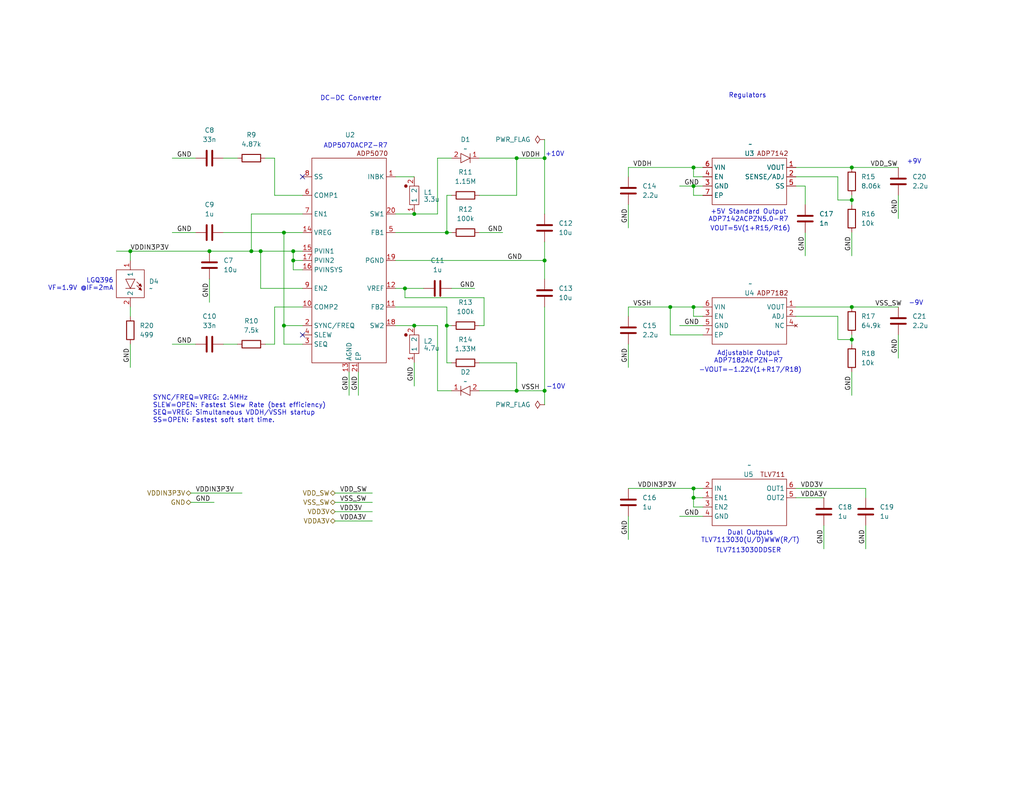
<source format=kicad_sch>
(kicad_sch (version 20231120) (generator "eeschema") (generator_version "8.0")
  (paper "USLetter")
  (title_block (title "HS-128S-Adapter") (date "7/26/2024") (rev "1.0.0") (company "OpenIC"))
  (lib_symbols
    (symbol "Device:C" (pin_numbers hide) (pin_names (offset 0.254))
      (property "Reference" "C" (at 0.635 2.54 0))
      (property "Value" "C" (at 0.635 -2.54 0))
      (symbol "C_0_1"
        (polyline (pts (xy -2.032 -0.762) (xy 2.032 -0.762)) (stroke (width 0.508)))
        (polyline (pts (xy -2.032 0.762) (xy 2.032 0.762)) (stroke (width 0.508)))
      )
      (symbol "C_1_1"
        (pin passive line (at 0 3.81 270) (length 2.794) (name "~") (number "1"))
        (pin passive line (at 0 -3.81 90) (length 2.794) (name "~") (number "2"))
      )
    )
    (symbol "Device:R" (pin_numbers hide) (pin_names (offset 0))
      (property "Reference" "R" (at 2.032 0 90))
      (property "Value" "R" (at 0 0 90))
      (symbol "R_0_1"
        (rectangle (start -1.016 -2.54) (end 1.016 2.54) (stroke (width 0.254)))
      )
      (symbol "R_1_1"
        (pin passive line (at 0 3.81 270) (length 1.27) (name "~") (number "1"))
        (pin passive line (at 0 -3.81 90) (length 1.27) (name "~") (number "2"))
      )
    )
    (symbol "openic:ADP5070"
      (property "Reference" "U" (at -8.89 29.21 0))
      (symbol "ADP5070_0_1"
        (rectangle (start -10.16 27.94) (end 10.16 -27.94))
      )
      (symbol "ADP5070_1_1"
        (text "ADP5070" (at 6.35 29.21 0) (effects (font (size 1.27 1.27))))
        (pin bidirectional line (at 12.7 22.86 180) (length 2.54) (name "INBK") (number "1"))
        (pin bidirectional line (at -12.7 -12.7 0) (length 2.54) (name "COMP2") (number "10"))
        (pin bidirectional line (at 12.7 -12.7 180) (length 2.54) (name "FB2") (number "11"))
        (pin bidirectional line (at 12.7 -7.62 180) (length 2.54) (name "VREF") (number "12"))
        (pin power_in line (at 0 -30.48 90) (length 2.54) (name "AGND") (number "13"))
        (pin bidirectional line (at -12.7 7.62 0) (length 2.54) (name "VREG") (number "14"))
        (pin power_in line (at -12.7 2.54 0) (length 2.54) (name "PVIN1") (number "15"))
        (pin power_in line (at -12.7 -2.54 0) (length 2.54) (name "PVINSYS") (number "16"))
        (pin power_in line (at -12.7 0 0) (length 2.54) (name "PVIN2") (number "17"))
        (pin power_out line (at 12.7 -17.78 180) (length 2.54) (name "SW2") (number "18"))
        (pin power_in line (at 12.7 0 180) (length 2.54) (name "PGND") (number "19"))
        (pin input line (at -12.7 -17.78 0) (length 2.54) (name "SYNC/FREQ") (number "2"))
        (pin power_out line (at 12.7 12.7 180) (length 2.54) (name "SW1") (number "20"))
        (pin power_in line (at 2.54 -30.48 90) (length 2.54) (name "EP") (number "21"))
        (pin input line (at -12.7 -22.86 0) (length 2.54) (name "SEQ") (number "3"))
        (pin input line (at -12.7 -20.32 0) (length 2.54) (name "SLEW") (number "4"))
        (pin bidirectional line (at 12.7 7.62 180) (length 2.54) (name "FB1") (number "5"))
        (pin bidirectional line (at -12.7 17.78 0) (length 2.54) (name "COMP1") (number "6"))
        (pin input line (at -12.7 12.7 0) (length 2.54) (name "EN1") (number "7"))
        (pin input line (at -12.7 22.86 0) (length 2.54) (name "SS") (number "8"))
        (pin input line (at -12.7 -7.62 0) (length 2.54) (name "EN2") (number "9"))
      )
    )
    (symbol "openic:ADP7142"
      (property "Reference" "U" (at -8.89 6.35 0))
      (symbol "ADP7142_0_1"
        (rectangle (start -10.16 5.08) (end 10.16 -7.62))
      )
      (symbol "ADP7142_1_1"
        (text "ADP7142" (at 6.35 6.35 0) (effects (font (size 1.27 1.27))))
        (pin power_out line (at 12.7 2.54 180) (length 2.54) (name "VOUT") (number "1"))
        (pin bidirectional line (at 12.7 0 180) (length 2.54) (name "SENSE/ADJ") (number "2"))
        (pin power_in line (at -12.7 -2.54 0) (length 2.54) (name "GND") (number "3"))
        (pin input line (at -12.7 0 0) (length 2.54) (name "EN") (number "4"))
        (pin bidirectional line (at 12.7 -2.54 180) (length 2.54) (name "SS") (number "5"))
        (pin power_in line (at -12.7 2.54 0) (length 2.54) (name "VIN") (number "6"))
        (pin power_in line (at -12.7 -5.08 0) (length 2.54) (name "EP") (number "7"))
      )
    )
    (symbol "openic:ADP7182"
      (property "Reference" "U" (at -8.89 6.35 0))
      (symbol "ADP7182_0_1"
        (rectangle (start -10.16 5.08) (end 10.16 -7.62))
      )
      (symbol "ADP7182_1_1"
        (text "ADP7182" (at 6.35 6.35 0) (effects (font (size 1.27 1.27))))
        (pin power_out line (at 12.7 2.54 180) (length 2.54) (name "VOUT") (number "1"))
        (pin bidirectional line (at 12.7 0 180) (length 2.54) (name "ADJ") (number "2"))
        (pin input line (at -12.7 0 0) (length 2.54) (name "EN") (number "3"))
        (pin no_connect line (at 12.7 -2.54 180) (length 2.54) (name "NC") (number "4"))
        (pin power_in line (at -12.7 -2.54 0) (length 2.54) (name "GND") (number "5"))
        (pin power_in line (at -12.7 2.54 0) (length 2.54) (name "VIN") (number "6"))
        (pin power_in line (at -12.7 -5.08 0) (length 2.54) (name "EP") (number "7"))
      )
    )
    (symbol "openic:DIODE-SDM05U20CSP"
      (property "Reference" "D" (at 0 2.54 0))
      (symbol "DIODE-SDM05U20CSP_0_1"
        (polyline (pts (xy 1.27 1.27) (xy 1.27 -1.27)))
        (polyline (pts (xy -1.27 1.27) (xy -1.27 -1.27) (xy 1.27 0) (xy -1.27 1.27)))
      )
      (symbol "DIODE-SDM05U20CSP_1_1"
        (pin passive line (at 3.81 0 180) (length 2.54) (name "") (number "1"))
        (pin passive line (at -3.81 0 0) (length 2.54) (name "") (number "2"))
      )
    )
    (symbol "openic:IND-XFL2006"
      (property "Reference" "L" (at -1.27 2.54 0))
      (symbol "IND-XFL2006_0_1"
        (rectangle (start -2.54 1.27) (end 2.54 -1.27))
        (circle (center 2.54 2.286) (radius 0.381) (fill (type color) (color 132 0 0 1)))
      )
      (symbol "IND-XFL2006_1_1"
        (pin passive line (at -5.08 0 0) (length 2.54) (name "1") (number "1"))
        (pin passive line (at 5.08 0 180) (length 2.54) (name "2") (number "2"))
      )
    )
    (symbol "openic:LED-GREEN-0603-OSRAM-LGQ396"
      (property "Reference" "D" (at 2.54 5.08 0))
      (symbol "LED-GREEN-0603-OSRAM-LGQ396_0_1"
        (rectangle (start -3.81 3.81) (end 3.81 -3.81))
        (polyline (pts (xy -1.27 -1.27) (xy 1.27 -1.27)))
        (polyline (pts (xy 1.778 -0.508) (xy 3.048 -1.778)))
        (polyline (pts (xy 1.778 0.508) (xy 3.048 -0.762)))
        (polyline (pts (xy 0 -1.27) (xy -1.27 1.27) (xy 1.27 1.27) (xy 0 -1.27)))
      )
      (symbol "LED-GREEN-0603-OSRAM-LGQ396_1_1"
        (polyline (pts (xy 3.048 -1.778) (xy 2.794 -1.016) (xy 2.286 -1.524) (xy 3.048 -1.778)) (fill (type outline)))
        (polyline (pts (xy 3.048 -0.762) (xy 2.794 0) (xy 2.286 -0.508) (xy 3.048 -0.762)) (fill (type outline)))
        (pin bidirectional line (at 0 6.35 270) (length 2.54) (name "1") (number "1"))
        (pin bidirectional line (at 0 -6.35 90) (length 2.54) (name "2") (number "2"))
      )
    )
    (symbol "openic:TLV711"
      (property "Reference" "U" (at -8.89 6.35 0))
      (symbol "TLV711_0_1"
        (rectangle (start -10.16 5.08) (end 10.16 -7.62))
      )
      (symbol "TLV711_1_1"
        (text "TLV711" (at 6.35 6.35 0) (effects (font (size 1.27 1.27))))
        (pin input line (at -12.7 0 0) (length 2.54) (name "EN1") (number "1"))
        (pin power_in line (at -12.7 2.54 0) (length 2.54) (name "IN") (number "2"))
        (pin input line (at -12.7 -2.54 0) (length 2.54) (name "EN2") (number "3"))
        (pin power_in line (at -12.7 -5.08 0) (length 2.54) (name "GND") (number "4"))
        (pin power_out line (at 12.7 0 180) (length 2.54) (name "OUT2") (number "5"))
        (pin power_out line (at 12.7 2.54 180) (length 2.54) (name "OUT1") (number "6"))
      )
    )
    (symbol "power:PWR_FLAG" (power) (pin_numbers hide) (pin_names (offset 0) hide)
      (property "Value" "PWR_FLAG" (at 0 3.81 0))
      (symbol "PWR_FLAG_0_0"
        (pin power_out line (at 0 0 90) (length 0) (name "~") (number "1"))
      )
      (symbol "PWR_FLAG_0_1"
        (polyline (pts (xy 0 0) (xy 0 1.27) (xy -1.016 1.905) (xy 0 2.54) (xy 1.016 1.905) (xy 0 1.27)))
      )
    )
  )
  (junction (at 189.23 133.35))
  (junction (at 121.92 88.9))
  (junction (at 189.23 83.82))
  (junction (at 232.41 83.82))
  (junction (at 77.47 63.5))
  (junction (at 232.41 92.71))
  (junction (at 189.23 135.89))
  (junction (at 140.97 106.68))
  (junction (at 113.03 58.42))
  (junction (at 35.56 68.58))
  (junction (at 182.88 83.82))
  (junction (at 148.59 71.12))
  (junction (at 80.01 68.58))
  (junction (at 68.58 68.58))
  (junction (at 110.49 78.74))
  (junction (at 77.47 88.9))
  (junction (at 80.01 71.12))
  (junction (at 148.59 106.68))
  (junction (at 189.23 45.72))
  (junction (at 232.41 54.61))
  (junction (at 113.03 88.9))
  (junction (at 232.41 45.72))
  (junction (at 148.59 43.18))
  (junction (at 121.92 63.5))
  (junction (at 57.15 68.58))
  (junction (at 140.97 43.18))
  (junction (at 71.12 68.58))
  (junction (at 189.23 50.8))
  (no_connect (at 82.55 48.26))
  (no_connect (at 82.55 91.44))
  (wire (pts (xy 148.59 106.68) (xy 148.59 83.82)))
  (wire (pts (xy 232.41 92.71) (xy 232.41 93.98)))
  (wire (pts (xy 191.77 50.8) (xy 189.23 50.8)))
  (wire (pts (xy 217.17 86.36) (xy 228.6 86.36)))
  (wire (pts (xy 189.23 45.72) (xy 191.77 45.72)))
  (wire (pts (xy 91.44 137.16) (xy 101.6 137.16)))
  (wire (pts (xy 217.17 48.26) (xy 228.6 48.26)))
  (wire (pts (xy 57.15 76.2) (xy 57.15 82.55)))
  (wire (pts (xy 58.42 137.16) (xy 52.07 137.16)))
  (wire (pts (xy 130.81 106.68) (xy 140.97 106.68)))
  (wire (pts (xy 236.22 143.51) (xy 236.22 149.86)))
  (wire (pts (xy 74.93 93.98) (xy 72.39 93.98)))
  (wire (pts (xy 236.22 133.35) (xy 236.22 135.89)))
  (wire (pts (xy 97.79 101.6) (xy 97.79 107.95)))
  (wire (pts (xy 74.93 43.18) (xy 72.39 43.18)))
  (wire (pts (xy 219.71 55.88) (xy 219.71 50.8)))
  (wire (pts (xy 80.01 68.58) (xy 82.55 68.58)))
  (wire (pts (xy 191.77 53.34) (xy 189.23 53.34)))
  (wire (pts (xy 113.03 99.06) (xy 113.03 105.41)))
  (wire (pts (xy 113.03 58.42) (xy 119.38 58.42)))
  (wire (pts (xy 217.17 135.89) (xy 224.79 135.89)))
  (wire (pts (xy 121.92 53.34) (xy 121.92 63.5)))
  (wire (pts (xy 121.92 83.82) (xy 121.92 88.9)))
  (wire (pts (xy 191.77 140.97) (xy 185.42 140.97)))
  (wire (pts (xy 189.23 86.36) (xy 189.23 83.82)))
  (wire (pts (xy 95.25 101.6) (xy 95.25 107.95)))
  (wire (pts (xy 245.11 91.44) (xy 245.11 97.79)))
  (wire (pts (xy 107.95 48.26) (xy 113.03 48.26)))
  (wire (pts (xy 77.47 63.5) (xy 82.55 63.5)))
  (wire (pts (xy 228.6 92.71) (xy 232.41 92.71)))
  (wire (pts (xy 74.93 53.34) (xy 74.93 43.18)))
  (wire (pts (xy 91.44 142.24) (xy 101.6 142.24)))
  (wire (pts (xy 77.47 93.98) (xy 77.47 88.9)))
  (wire (pts (xy 107.95 78.74) (xy 110.49 78.74)))
  (wire (pts (xy 130.81 43.18) (xy 140.97 43.18)))
  (wire (pts (xy 71.12 78.74) (xy 71.12 68.58)))
  (wire (pts (xy 232.41 101.6) (xy 232.41 107.95)))
  (wire (pts (xy 189.23 83.82) (xy 191.77 83.82)))
  (wire (pts (xy 35.56 93.98) (xy 35.56 100.33)))
  (wire (pts (xy 53.34 43.18) (xy 46.99 43.18)))
  (wire (pts (xy 113.03 88.9) (xy 119.38 88.9)))
  (wire (pts (xy 60.96 43.18) (xy 64.77 43.18)))
  (wire (pts (xy 171.45 45.72) (xy 189.23 45.72)))
  (wire (pts (xy 68.58 68.58) (xy 71.12 68.58)))
  (wire (pts (xy 130.81 53.34) (xy 140.97 53.34)))
  (wire (pts (xy 171.45 83.82) (xy 182.88 83.82)))
  (wire (pts (xy 82.55 88.9) (xy 77.47 88.9)))
  (wire (pts (xy 182.88 91.44) (xy 182.88 83.82)))
  (wire (pts (xy 191.77 138.43) (xy 189.23 138.43)))
  (wire (pts (xy 228.6 54.61) (xy 232.41 54.61)))
  (wire (pts (xy 140.97 106.68) (xy 148.59 106.68)))
  (wire (pts (xy 82.55 58.42) (xy 68.58 58.42)))
  (wire (pts (xy 228.6 48.26) (xy 228.6 54.61)))
  (wire (pts (xy 224.79 143.51) (xy 224.79 149.86)))
  (wire (pts (xy 232.41 45.72) (xy 245.11 45.72)))
  (wire (pts (xy 132.08 88.9) (xy 132.08 81.28)))
  (wire (pts (xy 107.95 88.9) (xy 113.03 88.9)))
  (wire (pts (xy 171.45 133.35) (xy 189.23 133.35)))
  (wire (pts (xy 91.44 134.62) (xy 101.6 134.62)))
  (wire (pts (xy 217.17 45.72) (xy 232.41 45.72)))
  (wire (pts (xy 171.45 55.88) (xy 171.45 62.23)))
  (wire (pts (xy 74.93 83.82) (xy 82.55 83.82)))
  (wire (pts (xy 232.41 83.82) (xy 245.11 83.82)))
  (wire (pts (xy 219.71 50.8) (xy 217.17 50.8)))
  (wire (pts (xy 119.38 58.42) (xy 119.38 43.18)))
  (wire (pts (xy 148.59 66.04) (xy 148.59 71.12)))
  (wire (pts (xy 35.56 68.58) (xy 57.15 68.58)))
  (wire (pts (xy 171.45 45.72) (xy 171.45 48.26)))
  (wire (pts (xy 232.41 91.44) (xy 232.41 92.71)))
  (wire (pts (xy 82.55 93.98) (xy 77.47 93.98)))
  (wire (pts (xy 35.56 68.58) (xy 35.56 71.12)))
  (wire (pts (xy 219.71 63.5) (xy 219.71 69.85)))
  (wire (pts (xy 68.58 58.42) (xy 68.58 68.58)))
  (wire (pts (xy 232.41 54.61) (xy 232.41 55.88)))
  (wire (pts (xy 121.92 88.9) (xy 123.19 88.9)))
  (wire (pts (xy 171.45 83.82) (xy 171.45 86.36)))
  (wire (pts (xy 232.41 53.34) (xy 232.41 54.61)))
  (wire (pts (xy 191.77 88.9) (xy 185.42 88.9)))
  (wire (pts (xy 191.77 86.36) (xy 189.23 86.36)))
  (wire (pts (xy 119.38 106.68) (xy 123.19 106.68)))
  (wire (pts (xy 182.88 83.82) (xy 189.23 83.82)))
  (wire (pts (xy 107.95 58.42) (xy 113.03 58.42)))
  (wire (pts (xy 189.23 48.26) (xy 189.23 45.72)))
  (wire (pts (xy 123.19 99.06) (xy 121.92 99.06)))
  (wire (pts (xy 52.07 134.62) (xy 66.04 134.62)))
  (wire (pts (xy 171.45 93.98) (xy 171.45 100.33)))
  (wire (pts (xy 140.97 43.18) (xy 148.59 43.18)))
  (wire (pts (xy 191.77 48.26) (xy 189.23 48.26)))
  (wire (pts (xy 191.77 135.89) (xy 189.23 135.89)))
  (wire (pts (xy 82.55 73.66) (xy 80.01 73.66)))
  (wire (pts (xy 82.55 78.74) (xy 71.12 78.74)))
  (wire (pts (xy 148.59 106.68) (xy 148.59 110.49)))
  (wire (pts (xy 148.59 43.18) (xy 148.59 58.42)))
  (wire (pts (xy 35.56 83.82) (xy 35.56 86.36)))
  (wire (pts (xy 82.55 71.12) (xy 80.01 71.12)))
  (wire (pts (xy 74.93 93.98) (xy 74.93 83.82)))
  (wire (pts (xy 107.95 71.12) (xy 148.59 71.12)))
  (wire (pts (xy 71.12 68.58) (xy 80.01 68.58)))
  (wire (pts (xy 82.55 53.34) (xy 74.93 53.34)))
  (wire (pts (xy 91.44 139.7) (xy 101.6 139.7)))
  (wire (pts (xy 107.95 83.82) (xy 121.92 83.82)))
  (wire (pts (xy 77.47 88.9) (xy 77.47 63.5)))
  (wire (pts (xy 123.19 78.74) (xy 129.54 78.74)))
  (wire (pts (xy 148.59 38.1) (xy 148.59 43.18)))
  (wire (pts (xy 119.38 106.68) (xy 119.38 88.9)))
  (wire (pts (xy 60.96 93.98) (xy 64.77 93.98)))
  (wire (pts (xy 119.38 43.18) (xy 123.19 43.18)))
  (wire (pts (xy 228.6 86.36) (xy 228.6 92.71)))
  (wire (pts (xy 60.96 63.5) (xy 77.47 63.5)))
  (wire (pts (xy 232.41 63.5) (xy 232.41 69.85)))
  (wire (pts (xy 57.15 68.58) (xy 68.58 68.58)))
  (wire (pts (xy 130.81 99.06) (xy 140.97 99.06)))
  (wire (pts (xy 110.49 78.74) (xy 115.57 78.74)))
  (wire (pts (xy 189.23 138.43) (xy 189.23 135.89)))
  (wire (pts (xy 130.81 63.5) (xy 137.16 63.5)))
  (wire (pts (xy 130.81 88.9) (xy 132.08 88.9)))
  (wire (pts (xy 191.77 91.44) (xy 182.88 91.44)))
  (wire (pts (xy 189.23 133.35) (xy 191.77 133.35)))
  (wire (pts (xy 132.08 81.28) (xy 110.49 81.28)))
  (wire (pts (xy 80.01 71.12) (xy 80.01 68.58)))
  (wire (pts (xy 189.23 53.34) (xy 189.23 50.8)))
  (wire (pts (xy 80.01 73.66) (xy 80.01 71.12)))
  (wire (pts (xy 217.17 83.82) (xy 232.41 83.82)))
  (wire (pts (xy 123.19 53.34) (xy 121.92 53.34)))
  (wire (pts (xy 189.23 50.8) (xy 185.42 50.8)))
  (wire (pts (xy 217.17 133.35) (xy 236.22 133.35)))
  (wire (pts (xy 31.75 68.58) (xy 35.56 68.58)))
  (wire (pts (xy 140.97 99.06) (xy 140.97 106.68)))
  (wire (pts (xy 121.92 88.9) (xy 121.92 99.06)))
  (wire (pts (xy 53.34 63.5) (xy 46.99 63.5)))
  (wire (pts (xy 53.34 93.98) (xy 46.99 93.98)))
  (wire (pts (xy 245.11 53.34) (xy 245.11 59.69)))
  (wire (pts (xy 110.49 81.28) (xy 110.49 78.74)))
  (wire (pts (xy 107.95 63.5) (xy 121.92 63.5)))
  (wire (pts (xy 171.45 140.97) (xy 171.45 147.32)))
  (wire (pts (xy 148.59 71.12) (xy 148.59 76.2)))
  (wire (pts (xy 121.92 63.5) (xy 123.19 63.5)))
  (wire (pts (xy 140.97 53.34) (xy 140.97 43.18)))
  (wire (pts (xy 189.23 135.89) (xy 189.23 133.35)))
  (text "Regulators" (at 203.962 26.162 0) (effects (font (size 1.27 1.27))))
  (text "LGQ396\nVF=1.9V @IF=2mA" (at 30.988 77.724 0) (effects (font (size 1.27 1.27)) (justify right)))
  (text "-9V" (at 249.936 82.804 0) (effects (font (size 1.27 1.27))))
  (text "DC-DC Converter" (at 95.758 26.924 0) (effects (font (size 1.27 1.27))))
  (text "-10V" (at 151.638 105.664 0) (effects (font (size 1.27 1.27))))
  (text "Adjustable Output\nADP7182ACPZN-R7" (at 204.216 97.536 0) (effects (font (size 1.27 1.27))))
  (text "ADP5070ACPZ-R7" (at 97.028 39.878 0) (effects (font (size 1.27 1.27))))
  (text "Dual Outputs\nTLV7113030(U/D)WWW(R/T)" (at 204.724 146.558 0) (effects (font (size 1.27 1.27))))
  (text "+9V" (at 249.428 44.196 0) (effects (font (size 1.27 1.27))))
  (text "+5V Standard Output\nADP7142ACPZN5.0-R7" (at 204.216 58.928 0) (effects (font (size 1.27 1.27))))
  (text "SYNC/FREQ=VREG: 2.4MHz\nSLEW=OPEN: Fastest Slew Rate (best efficiency)\nSEQ=VREG: Simultaneous VDDH/VSSH startup\nSS=OPEN: Fastest soft start time." (at 41.656 107.95 0) (effects (font (size 1.27 1.27)) (justify left top)))
  (text "TLV7113030DDSER" (at 204.216 150.368 0) (effects (font (size 1.27 1.27))))
  (text "+10V" (at 151.384 42.164 0) (effects (font (size 1.27 1.27))))
  (text "VOUT=5V(1+R15/R16)" (at 204.724 62.484 0) (effects (font (size 1.27 1.27))))
  (text "-VOUT=-1.22V(1+R17/R18)" (at 204.724 101.092 0) (effects (font (size 1.27 1.27))))
  (label "VSSH" (at 172.72 83.82 0))
  (label "VSS_SW" (at 238.76 83.82 0))
  (label "GND" (at 113.03 104.14 90))
  (label "GND" (at 138.43 71.12 0))
  (label "GND" (at 232.41 68.58 90))
  (label "GND" (at 97.79 106.68 90))
  (label "GND" (at 186.69 88.9 0))
  (label "GND" (at 219.71 68.58 90))
  (label "VDD_SW" (at 92.71 134.62 0))
  (label "VSS_SW" (at 92.71 137.16 0))
  (label "GND" (at 129.54 78.74 180))
  (label "GND" (at 48.26 63.5 0))
  (label "VDD3V" (at 92.71 139.7 0))
  (label "VDDIN3P3V" (at 53.34 134.62 0))
  (label "GND" (at 57.15 81.28 90))
  (label "VDDA3V" (at 92.71 142.24 0))
  (label "GND" (at 186.69 140.97 0))
  (label "GND" (at 232.41 106.68 90))
  (label "GND" (at 95.25 106.68 90))
  (label "GND" (at 53.34 137.16 0))
  (label "GND" (at 236.22 148.59 90))
  (label "GND" (at 186.69 50.8 0))
  (label "VDDH" (at 172.72 45.72 0))
  (label "GND" (at 48.26 43.18 0))
  (label "GND" (at 137.16 63.5 180))
  (label "GND" (at 171.45 60.96 90))
  (label "VDDA3V" (at 218.44 135.89 0))
  (label "VDDH" (at 142.24 43.18 0))
  (label "GND" (at 48.26 93.98 0))
  (label "GND" (at 224.79 148.59 90))
  (label "GND" (at 245.11 58.42 90))
  (label "VDD_SW" (at 237.49 45.72 0))
  (label "VDD3V" (at 218.44 133.35 0))
  (label "VDDIN3P3V" (at 173.99 133.35 0))
  (label "GND" (at 171.45 146.05 90))
  (label "GND" (at 35.56 99.06 90))
  (label "VDDIN3P3V" (at 35.56 68.58 0))
  (label "GND" (at 245.11 96.52 90))
  (label "VSSH" (at 142.24 106.68 0))
  (label "GND" (at 171.45 99.06 90))
  (hierarchical_label "VDDIN3P3V" (shape bidirectional) (at 52.07 134.62 180))
  (hierarchical_label "GND" (shape bidirectional) (at 52.07 137.16 180))
  (hierarchical_label "VSS_SW" (shape bidirectional) (at 91.44 137.16 180))
  (hierarchical_label "VDD3V" (shape bidirectional) (at 91.44 139.7 180))
  (hierarchical_label "VDD_SW" (shape bidirectional) (at 91.44 134.62 180))
  (hierarchical_label "VDDA3V" (shape bidirectional) (at 91.44 142.24 180))
  (symbol (lib_id "openic:LED-GREEN-0603-OSRAM-LGQ396") (at 35.56 77.47 0) (unit 1)
    (property "Reference" "D4" (at 40.64 76.8349 0) (effects (justify left)))
    (property "Value" "~" (at 40.64 78.74 0) (effects (justify left)))
    (property "Footprint" "openic:OSRAM-LED-0603" (effects (hide yes)))
    (property "Description" "LED-GREEN-0603-OSRAM-LGQ396" (effects (hide yes)))
    (property "MPN" "LGQ396" (effects (hide yes)))
    (property "Manufacturer" "OSRAM" (effects (hide yes)))
  )
  (symbol (lib_id "Device:C") (at 236.22 139.7 0) (unit 1)
    (property "Reference" "C19" (at 240.03 138.4299 0) (effects (justify left)))
    (property "Value" "1u" (at 240.03 140.9699 0) (effects (justify left)))
    (property "Footprint" "Capacitor_SMD:C_0201_0603Metric" (effects (hide yes)))
    (property "Description" "Unpolarized capacitor" (effects (hide yes)))
    (property "MPN" "GRM033R61C105ME15D" (effects (hide yes)))
    (property "Manufacturer" "Murata Electronics" (effects (hide yes)))
  )
  (symbol (lib_id "Device:R") (at 232.41 49.53 0) (unit 1)
    (property "Reference" "R15" (at 234.95 48.2599 0) (effects (justify left)))
    (property "Value" "8.06k" (at 234.95 50.7999 0) (effects (justify left)))
    (property "Footprint" "Resistor_SMD:R_0201_0603Metric" (effects (hide yes)))
    (property "Description" "Resistor" (effects (hide yes)))
    (property "MPN" "RC0201FR-078K06L" (effects (hide yes)))
    (property "Manufacturer" "Yageo" (effects (hide yes)))
  )
  (symbol (lib_id "openic:ADP7142") (at 204.47 48.26 0) (unit 1)
    (property "Reference" "U3" (at 204.4832 41.91 0))
    (property "Value" "~" (at 204.7372 39.37 0))
    (property "Footprint" "openic:LFCSP-6-1EP_2mmx2mm_P0.65mm_EP1.6mmx1mm" (effects (hide yes)))
    (property "Description" "40 V, 200 mA, Low Noise, CMOS LDO Linear Regulator" (effects (hide yes)))
    (property "MPN" "ADP7142ACPZN5.0-R7" (effects (hide yes)))
    (property "Manufacturer" "Analog Devices" (effects (hide yes)))
  )
  (symbol (lib_id "Device:C") (at 57.15 72.39 0) (unit 1)
    (property "Reference" "C7" (at 60.96 71.1199 0) (effects (justify left)))
    (property "Value" "10u" (at 60.96 73.6599 0) (effects (justify left)))
    (property "Footprint" "Capacitor_SMD:C_0603_1608Metric" (effects (hide yes)))
    (property "Description" "Unpolarized capacitor" (effects (hide yes)))
    (property "MPN" "GRM188R61E106KA73D" (effects (hide yes)))
    (property "Manufacturer" "Murata Electronics" (effects (hide yes)))
  )
  (symbol (lib_id "Device:C") (at 219.71 59.69 0) (unit 1)
    (property "Reference" "C17" (at 223.52 58.4199 0) (effects (justify left)))
    (property "Value" "1n" (at 223.52 60.9599 0) (effects (justify left)))
    (property "Footprint" "Capacitor_SMD:C_0201_0603Metric" (effects (hide yes)))
    (property "Description" "Unpolarized capacitor" (effects (hide yes)))
    (property "MPN" "GRM033R61E102KA01J " (effects (hide yes)))
    (property "Manufacturer" "Murata Electronics" (effects (hide yes)))
  )
  (symbol (lib_id "openic:IND-XFL2006") (at 113.03 93.98 90) (unit 1)
    (property "Reference" "L2" (at 115.57 93.1544 90) (effects (justify right)))
    (property "Value" "4.7u" (at 115.57 95.0595 90) (effects (justify right)))
    (property "Footprint" "openic:SMD-0808" (effects (hide yes)))
    (property "MPN" "XFL2006-472MEC" (effects (hide yes)))
    (property "Manufacturer" "Coilcraft" (effects (hide yes)))
  )
  (symbol (lib_id "openic:DIODE-SDM05U20CSP") (at 127 106.68 180) (unit 1)
    (property "Reference" "D2" (at 127 101.6 0))
    (property "Value" "~" (at 127 104.14 0))
    (property "Footprint" "openic:X3-WLB1006-2" (effects (hide yes)))
    (property "MPN" "SDM05U20CSP-7 " (effects (hide yes)))
    (property "Manufacturer" "Diodes Incorporated" (effects (hide yes)))
  )
  (symbol (lib_id "power:PWR_FLAG") (at 148.59 38.1 90) (unit 1)
    (property "Reference" "#FLG02" (effects (hide yes)))
    (property "Value" "PWR_FLAG" (at 144.78 38.0999 90) (effects (justify left)))
    (property "Description" "Special symbol for telling ERC where power comes from" (effects (hide yes)))
  )
  (symbol (lib_id "Device:R") (at 127 53.34 90) (unit 1)
    (property "Reference" "R11" (at 127 46.99 90))
    (property "Value" "1.15M" (at 127 49.53 90))
    (property "Footprint" "Resistor_SMD:R_0201_0603Metric" (effects (hide yes)))
    (property "Description" "Resistor" (effects (hide yes)))
    (property "MPN" "CRCW02011M15FNED" (effects (hide yes)))
    (property "Manufacturer" "Vishay Dale" (effects (hide yes)))
  )
  (symbol (lib_id "Device:C") (at 224.79 139.7 0) (unit 1)
    (property "Reference" "C18" (at 228.6 138.4299 0) (effects (justify left)))
    (property "Value" "1u" (at 228.6 140.9699 0) (effects (justify left)))
    (property "Footprint" "Capacitor_SMD:C_0201_0603Metric" (effects (hide yes)))
    (property "Description" "Unpolarized capacitor" (effects (hide yes)))
    (property "MPN" "GRM033R61C105ME15D" (effects (hide yes)))
    (property "Manufacturer" "Murata Electronics" (effects (hide yes)))
  )
  (symbol (lib_id "openic:IND-XFL2006") (at 113.03 53.34 90) (unit 1)
    (property "Reference" "L1" (at 115.57 52.5144 90) (effects (justify right)))
    (property "Value" "3.3u" (at 115.57 54.4195 90) (effects (justify right)))
    (property "Footprint" "openic:SMD-0808" (effects (hide yes)))
    (property "MPN" "XFL2006-332MEC" (effects (hide yes)))
    (property "Manufacturer" "Coilcraft" (effects (hide yes)))
  )
  (symbol (lib_id "Device:C") (at 171.45 137.16 0) (unit 1)
    (property "Reference" "C16" (at 175.26 135.8899 0) (effects (justify left)))
    (property "Value" "1u" (at 175.26 138.4299 0) (effects (justify left)))
    (property "Footprint" "Capacitor_SMD:C_0201_0603Metric" (effects (hide yes)))
    (property "Description" "Unpolarized capacitor" (effects (hide yes)))
    (property "MPN" "GRM033R61C105ME15D" (effects (hide yes)))
    (property "Manufacturer" "Murata Electronics" (effects (hide yes)))
  )
  (symbol (lib_id "Device:R") (at 68.58 43.18 90) (unit 1)
    (property "Reference" "R9" (at 68.58 36.83 90))
    (property "Value" "4.87k" (at 68.58 39.37 90))
    (property "Footprint" "Resistor_SMD:R_0201_0603Metric" (effects (hide yes)))
    (property "Description" "Resistor" (effects (hide yes)))
    (property "MPN" "RC0201FR-074K87L" (effects (hide yes)))
    (property "Manufacturer" "Yageo" (effects (hide yes)))
  )
  (symbol (lib_id "Device:C") (at 148.59 80.01 0) (unit 1)
    (property "Reference" "C13" (at 152.4 78.7399 0) (effects (justify left)))
    (property "Value" "10u" (at 152.4 81.2799 0) (effects (justify left)))
    (property "Footprint" "Capacitor_SMD:C_0603_1608Metric" (effects (hide yes)))
    (property "Description" "Unpolarized capacitor" (effects (hide yes)))
    (property "MPN" "GRM188R61E106KA73D" (effects (hide yes)))
    (property "Manufacturer" "Murata Electronics" (effects (hide yes)))
  )
  (symbol (lib_id "Device:C") (at 245.11 87.63 0) (unit 1)
    (property "Reference" "C21" (at 248.92 86.3599 0) (effects (justify left)))
    (property "Value" "2.2u" (at 248.92 88.8999 0) (effects (justify left)))
    (property "Footprint" "Capacitor_SMD:C_0201_0603Metric" (effects (hide yes)))
    (property "Description" "Unpolarized capacitor" (effects (hide yes)))
    (property "MPN" "GRM035R61C225ME01D" (effects (hide yes)))
    (property "Manufacturer" "Murata Electronics" (effects (hide yes)))
  )
  (symbol (lib_id "openic:TLV711") (at 204.47 135.89 0) (unit 1)
    (property "Reference" "U5" (at 204.216 129.54 0))
    (property "Value" "~" (at 204.47 127 0))
    (property "Footprint" "openic:WSON-6_1.5mmx1.5mm_P0.5mm" (effects (hide yes)))
    (property "Description" "Dual, 200mA, Low-IQ Low-Dropout Regulator for Portable Devices" (effects (hide yes)))
    (property "MPN" "TLV7113030DDSER" (effects (hide yes)))
    (property "Manufacturer" "Texas Instruments" (effects (hide yes)))
  )
  (symbol (lib_id "Device:C") (at 57.15 43.18 90) (unit 1)
    (property "Reference" "C8" (at 57.15 35.56 90))
    (property "Value" "33n" (at 57.15 38.1 90))
    (property "Footprint" "Capacitor_SMD:C_0201_0603Metric" (effects (hide yes)))
    (property "Description" "Unpolarized capacitor" (effects (hide yes)))
    (property "MPN" "GRM033R61C333KE84D" (effects (hide yes)))
    (property "Manufacturer" "Murata Electronics" (effects (hide yes)))
  )
  (symbol (lib_id "Device:R") (at 232.41 59.69 0) (unit 1)
    (property "Reference" "R16" (at 234.95 58.4199 0) (effects (justify left)))
    (property "Value" "10k" (at 234.95 60.9599 0) (effects (justify left)))
    (property "Footprint" "Resistor_SMD:R_0201_0603Metric" (effects (hide yes)))
    (property "Description" "Resistor" (effects (hide yes)))
    (property "MPN" "RC0201FR-0710KL" (effects (hide yes)))
    (property "Manufacturer" "Yageo" (effects (hide yes)))
  )
  (symbol (lib_id "Device:C") (at 245.11 49.53 0) (unit 1)
    (property "Reference" "C20" (at 248.92 48.2599 0) (effects (justify left)))
    (property "Value" "2.2u" (at 248.92 50.7999 0) (effects (justify left)))
    (property "Footprint" "Capacitor_SMD:C_0201_0603Metric" (effects (hide yes)))
    (property "Description" "Unpolarized capacitor" (effects (hide yes)))
    (property "MPN" "GRM035R61C225ME01D" (effects (hide yes)))
    (property "Manufacturer" "Murata Electronics" (effects (hide yes)))
  )
  (symbol (lib_id "power:PWR_FLAG") (at 148.59 110.49 90) (unit 1)
    (property "Reference" "#FLG05" (effects (hide yes)))
    (property "Value" "PWR_FLAG" (at 144.78 110.4899 90) (effects (justify left)))
    (property "Description" "Special symbol for telling ERC where power comes from" (effects (hide yes)))
  )
  (symbol (lib_id "openic:ADP5070") (at 95.25 71.12 0) (unit 1)
    (property "Reference" "U2" (at 95.5172 36.83 0))
    (property "Footprint" "openic:LFCSP-20-1EP_4mmx4mm_P0.5mm_EP2.6mm" (effects (hide yes)))
    (property "Description" "DC-to-DC Switching Regulator with Independent Positive and Negative Outputs" (effects (hide yes)))
    (property "MPN" "ADP5070ACPZ-R7" (effects (hide yes)))
    (property "Manufacturer" "Analog Devices" (effects (hide yes)))
  )
  (symbol (lib_id "Device:R") (at 68.58 93.98 90) (unit 1)
    (property "Reference" "R10" (at 68.58 87.63 90))
    (property "Value" "7.5k" (at 68.58 90.17 90))
    (property "Footprint" "Resistor_SMD:R_0201_0603Metric" (effects (hide yes)))
    (property "Description" "Resistor" (effects (hide yes)))
    (property "MPN" "RC0201FR-077K5L" (effects (hide yes)))
    (property "Manufacturer" "Yageo" (effects (hide yes)))
  )
  (symbol (lib_id "Device:R") (at 35.56 90.17 180) (unit 1)
    (property "Reference" "R20" (at 38.1 88.8999 0) (effects (justify right)))
    (property "Value" "499" (at 38.1 91.4399 0) (effects (justify right)))
    (property "Footprint" "Resistor_SMD:R_0402_1005Metric" (effects (hide yes)))
    (property "Description" "Resistor" (effects (hide yes)))
    (property "MPN" "RCS0402499RFKED" (effects (hide yes)))
    (property "Manufacturer" "Vishay Dale" (effects (hide yes)))
  )
  (symbol (lib_id "Device:C") (at 171.45 52.07 0) (unit 1)
    (property "Reference" "C14" (at 175.26 50.7999 0) (effects (justify left)))
    (property "Value" "2.2u" (at 175.26 53.3399 0) (effects (justify left)))
    (property "Footprint" "Capacitor_SMD:C_0201_0603Metric" (effects (hide yes)))
    (property "Description" "Unpolarized capacitor" (effects (hide yes)))
    (property "MPN" "GRM035R61C225ME01D" (effects (hide yes)))
    (property "Manufacturer" "Murata Electronics" (effects (hide yes)))
  )
  (symbol (lib_id "Device:C") (at 119.38 78.74 90) (unit 1)
    (property "Reference" "C11" (at 119.38 71.12 90))
    (property "Value" "1u" (at 119.38 73.66 90))
    (property "Footprint" "Capacitor_SMD:C_0201_0603Metric" (effects (hide yes)))
    (property "Description" "Unpolarized capacitor" (effects (hide yes)))
    (property "MPN" "GRM033R61C105ME15D" (effects (hide yes)))
    (property "Manufacturer" "Murata Electronics" (effects (hide yes)))
  )
  (symbol (lib_id "Device:R") (at 232.41 97.79 0) (unit 1)
    (property "Reference" "R18" (at 234.95 96.5199 0) (effects (justify left)))
    (property "Value" "10k" (at 234.95 99.0599 0) (effects (justify left)))
    (property "Footprint" "Resistor_SMD:R_0201_0603Metric" (effects (hide yes)))
    (property "Description" "Resistor" (effects (hide yes)))
    (property "MPN" "RC0201FR-0710KL" (effects (hide yes)))
    (property "Manufacturer" "Yageo" (effects (hide yes)))
  )
  (symbol (lib_id "Device:R") (at 232.41 87.63 0) (unit 1)
    (property "Reference" "R17" (at 234.95 86.3599 0) (effects (justify left)))
    (property "Value" "64.9k" (at 234.95 88.8999 0) (effects (justify left)))
    (property "Footprint" "Resistor_SMD:R_0201_0603Metric" (effects (hide yes)))
    (property "Description" "Resistor" (effects (hide yes)))
    (property "MPN" "RC0201FR-0764K9L" (effects (hide yes)))
    (property "Manufacturer" "Yageo" (effects (hide yes)))
  )
  (symbol (lib_id "openic:DIODE-SDM05U20CSP") (at 127 43.18 0) (unit 1)
    (property "Reference" "D1" (at 127 38.1 0))
    (property "Value" "~" (at 127 40.64 0))
    (property "Footprint" "openic:X3-WLB1006-2" (effects (hide yes)))
    (property "MPN" "SDM05U20CSP-7 " (effects (hide yes)))
    (property "Manufacturer" "Diodes Incorporated" (effects (hide yes)))
  )
  (symbol (lib_id "Device:C") (at 57.15 63.5 90) (unit 1)
    (property "Reference" "C9" (at 57.15 55.88 90))
    (property "Value" "1u" (at 57.15 58.42 90))
    (property "Footprint" "Capacitor_SMD:C_0201_0603Metric" (effects (hide yes)))
    (property "Description" "Unpolarized capacitor" (effects (hide yes)))
    (property "MPN" "GRM033R61C105ME15D" (effects (hide yes)))
    (property "Manufacturer" "Murata Electronics" (effects (hide yes)))
  )
  (symbol (lib_id "Device:R") (at 127 88.9 270) (unit 1)
    (property "Reference" "R13" (at 127 82.55 90))
    (property "Value" "100k" (at 127 85.09 90))
    (property "Footprint" "Resistor_SMD:R_0201_0603Metric" (effects (hide yes)))
    (property "Description" "Resistor" (effects (hide yes)))
    (property "MPN" "RC0201FR-07100KL" (effects (hide yes)))
    (property "Manufacturer" "Yageo" (effects (hide yes)))
  )
  (symbol (lib_id "Device:R") (at 127 99.06 90) (unit 1)
    (property "Reference" "R14" (at 127 92.71 90))
    (property "Value" "1.33M" (at 127 95.25 90))
    (property "Footprint" "Resistor_SMD:R_0201_0603Metric" (effects (hide yes)))
    (property "Description" "Resistor" (effects (hide yes)))
    (property "MPN" "CRCW02011M33FNED" (effects (hide yes)))
    (property "Manufacturer" "Vishay Dale" (effects (hide yes)))
  )
  (symbol (lib_id "Device:C") (at 148.59 62.23 0) (unit 1)
    (property "Reference" "C12" (at 152.4 60.9599 0) (effects (justify left)))
    (property "Value" "10u" (at 152.4 63.4999 0) (effects (justify left)))
    (property "Footprint" "Capacitor_SMD:C_0603_1608Metric" (effects (hide yes)))
    (property "Description" "Unpolarized capacitor" (effects (hide yes)))
    (property "MPN" "GRM188R61E106KA73D" (effects (hide yes)))
    (property "Manufacturer" "Murata Electronics" (effects (hide yes)))
  )
  (symbol (lib_id "Device:C") (at 171.45 90.17 0) (unit 1)
    (property "Reference" "C15" (at 175.26 88.8999 0) (effects (justify left)))
    (property "Value" "2.2u" (at 175.26 91.4399 0) (effects (justify left)))
    (property "Footprint" "Capacitor_SMD:C_0201_0603Metric" (effects (hide yes)))
    (property "Description" "Unpolarized capacitor" (effects (hide yes)))
    (property "MPN" "GRM035R61C225ME01D" (effects (hide yes)))
    (property "Manufacturer" "Murata Electronics" (effects (hide yes)))
  )
  (symbol (lib_id "openic:ADP7182") (at 204.47 86.36 0) (unit 1)
    (property "Reference" "U4" (at 204.4832 80.01 0))
    (property "Value" "~" (at 204.7372 77.47 0))
    (property "Footprint" "openic:LFCSP-6-1EP_2mmx2mm_P0.65mm_EP1.6mmx1mm" (effects (hide yes)))
    (property "Description" "–28 V, −200 mA, Low Noise, Linear Regulator" (effects (hide yes)))
    (property "MPN" "ADP7182ACPZN-R7" (effects (hide yes)))
    (property "Manufacturer" "Analog Devices" (effects (hide yes)))
  )
  (symbol (lib_id "Device:C") (at 57.15 93.98 90) (unit 1)
    (property "Reference" "C10" (at 57.15 86.36 90))
    (property "Value" "33n" (at 57.15 88.9 90))
    (property "Footprint" "Capacitor_SMD:C_0201_0603Metric" (effects (hide yes)))
    (property "Description" "Unpolarized capacitor" (effects (hide yes)))
    (property "MPN" "GRM033R61C333KE84D" (effects (hide yes)))
    (property "Manufacturer" "Murata Electronics" (effects (hide yes)))
  )
  (symbol (lib_id "Device:R") (at 127 63.5 90) (unit 1)
    (property "Reference" "R12" (at 127 57.15 90))
    (property "Value" "100k" (at 127 59.69 90))
    (property "Footprint" "Resistor_SMD:R_0201_0603Metric" (effects (hide yes)))
    (property "Description" "Resistor" (effects (hide yes)))
    (property "MPN" "RC0201FR-07100KL" (effects (hide yes)))
    (property "Manufacturer" "Yageo" (effects (hide yes)))
  )
)
</source>
